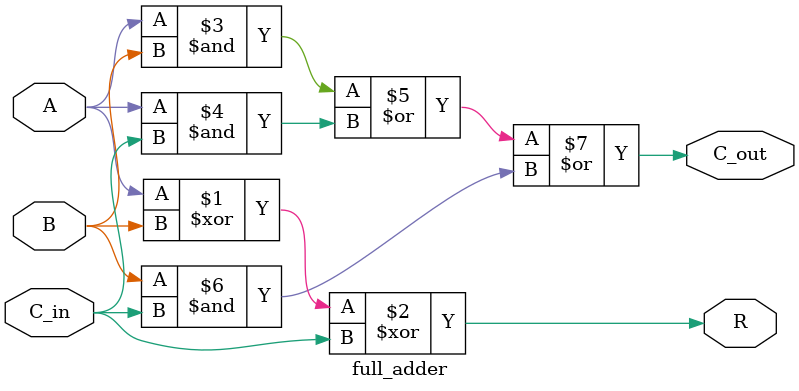
<source format=sv>
/*
Full Adder module
Date: 31/08/24
Test bench ran: 31/08/24
*/
module full_adder(
    input  logic A,         // Bit A
    input  logic B,         // Bit B
    input  logic C_in,      // Carry In
    output logic R,        // Resultado (Suma)
    output logic C_out     // Carry Out
);

    assign R = A ^ B ^ C_in;              // Suma bit a bit con carry in
    assign C_out = (A & B) | (A & C_in) | (B & C_in); // Calculo de carry out

endmodule

</source>
